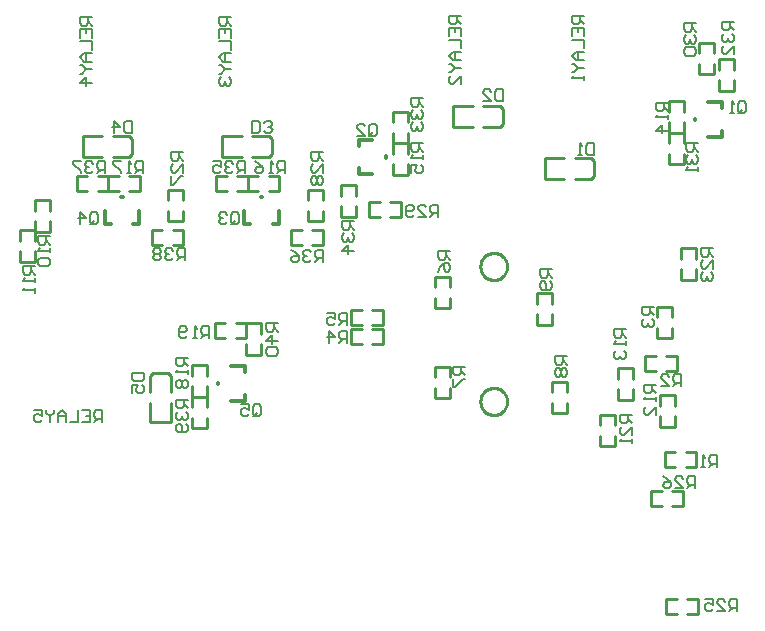
<source format=gbo>
*%FSLAX23Y23*%
*%MOIN*%
G01*
%ADD11C,0.001*%
%ADD12C,0.006*%
%ADD13C,0.007*%
%ADD14C,0.007*%
%ADD15C,0.008*%
%ADD16C,0.010*%
%ADD17C,0.012*%
%ADD18C,0.015*%
%ADD19C,0.020*%
%ADD20C,0.030*%
%ADD21C,0.040*%
%ADD22C,0.048*%
%ADD23C,0.060*%
%ADD24C,0.068*%
%ADD25C,0.070*%
%ADD26C,0.080*%
%ADD27C,0.088*%
%ADD28C,0.120*%
%ADD29C,0.140*%
%ADD30C,0.148*%
%ADD31C,0.180*%
%ADD32R,0.005X0.005*%
%ADD33R,0.009X0.009*%
%ADD34R,0.010X0.010*%
%ADD35R,0.015X0.015*%
%ADD36R,0.019X0.019*%
%ADD37R,0.020X0.020*%
%ADD38R,0.025X0.025*%
%ADD39R,0.029X0.029*%
%ADD40R,0.030X0.030*%
%ADD41R,0.030X0.030*%
%ADD42R,0.034X0.034*%
%ADD43R,0.035X0.035*%
%ADD44R,0.035X0.035*%
%ADD45R,0.035X0.050*%
%ADD46R,0.038X0.038*%
%ADD47R,0.039X0.039*%
%ADD48R,0.040X0.040*%
%ADD49R,0.043X0.043*%
%ADD50R,0.043X0.058*%
%ADD51R,0.045X0.045*%
%ADD52R,0.049X0.049*%
%ADD53R,0.050X0.035*%
%ADD54R,0.050X0.050*%
%ADD55R,0.055X0.055*%
%ADD56R,0.058X0.043*%
%ADD57R,0.059X0.059*%
%ADD58R,0.060X0.050*%
%ADD59R,0.060X0.060*%
%ADD60R,0.060X0.060*%
%ADD61R,0.065X0.065*%
%ADD62R,0.068X0.058*%
%ADD63R,0.068X0.068*%
%ADD64R,0.070X0.070*%
%ADD65R,0.075X0.075*%
%ADD66R,0.079X0.079*%
%ADD67R,0.080X0.080*%
%ADD68R,0.085X0.085*%
%ADD69R,0.090X0.090*%
%ADD70R,0.095X0.095*%
%ADD71R,0.105X0.105*%
%ADD72R,0.115X0.115*%
%ADD73R,0.120X0.120*%
%ADD74R,0.125X0.125*%
%ADD75R,0.140X0.140*%
%ADD76R,0.155X0.155*%
%ADD77R,0.185X0.185*%
D12*
X9825Y7842D02*
X9865D01*
X9825D02*
Y7822D01*
X9832Y7815D01*
X9845D01*
X9852Y7822D01*
Y7842D01*
Y7829D02*
X9865Y7815D01*
Y7782D02*
X9825D01*
X9845Y7802D01*
Y7775D01*
X9832Y7762D02*
X9825Y7755D01*
Y7742D01*
X9832Y7735D01*
X9858D01*
X9865Y7742D01*
Y7755D01*
X9858Y7762D01*
X9832D01*
X9565Y7587D02*
X9525D01*
Y7567D01*
X9532Y7560D01*
X9545D01*
X9552Y7567D01*
Y7587D01*
Y7574D02*
X9565Y7560D01*
X9532Y7547D02*
X9525Y7540D01*
Y7527D01*
X9532Y7520D01*
X9538D01*
X9539D01*
X9538D02*
X9539D01*
X9538D02*
X9539D01*
X9538D02*
X9545Y7527D01*
Y7534D01*
Y7527D01*
X9552Y7520D01*
X9558D01*
X9565Y7527D01*
Y7540D01*
X9558Y7547D01*
Y7507D02*
X9565Y7500D01*
Y7487D01*
X9558Y7480D01*
X9532D01*
X9525Y7487D01*
Y7500D01*
X9532Y7507D01*
X9538D01*
X9545Y7500D01*
Y7480D01*
X9555Y8052D02*
Y8092D01*
X9535D01*
X9528Y8085D01*
Y8072D01*
X9535Y8065D01*
X9555D01*
X9542D02*
X9528Y8052D01*
X9515Y8085D02*
X9508Y8092D01*
X9495D01*
X9488Y8085D01*
Y8079D01*
X9489D01*
X9488D02*
X9489D01*
X9488D02*
X9489D01*
X9488D02*
X9495Y8072D01*
X9502D01*
X9495D01*
X9488Y8065D01*
Y8059D01*
X9495Y8052D01*
X9508D01*
X9515Y8059D01*
X9475Y8085D02*
X9468Y8092D01*
X9455D01*
X9448Y8085D01*
Y8079D01*
X9455Y8072D01*
X9448Y8065D01*
Y8059D01*
X9455Y8052D01*
X9468D01*
X9475Y8059D01*
Y8065D01*
X9468Y8072D01*
X9475Y8079D01*
Y8085D01*
X9468Y8072D02*
X9455D01*
X9290Y8342D02*
Y8382D01*
X9270D01*
X9263Y8375D01*
Y8362D01*
X9270Y8355D01*
X9290D01*
X9277D02*
X9263Y8342D01*
X9250Y8375D02*
X9243Y8382D01*
X9230D01*
X9223Y8375D01*
Y8369D01*
X9224D01*
X9223D02*
X9224D01*
X9223D02*
X9224D01*
X9223D02*
X9230Y8362D01*
X9237D01*
X9230D01*
X9223Y8355D01*
Y8349D01*
X9230Y8342D01*
X9243D01*
X9250Y8349D01*
X9210Y8382D02*
X9183D01*
Y8375D01*
X9210Y8349D01*
Y8342D01*
X10015Y8087D02*
Y8047D01*
Y8087D02*
X9995D01*
X9988Y8080D01*
Y8067D01*
X9995Y8060D01*
X10015D01*
X10002D02*
X9988Y8047D01*
X9975Y8080D02*
X9968Y8087D01*
X9955D01*
X9948Y8080D01*
Y8074D01*
X9949D01*
X9948D02*
X9949D01*
X9948D02*
X9949D01*
X9948D02*
X9955Y8067D01*
X9962D01*
X9955D01*
X9948Y8060D01*
Y8054D01*
X9955Y8047D01*
X9968D01*
X9975Y8054D01*
X9922Y8080D02*
X9908Y8087D01*
X9922Y8080D02*
X9935Y8067D01*
Y8054D01*
X9928Y8047D01*
X9915D01*
X9908Y8054D01*
Y8060D01*
X9915Y8067D01*
X9935D01*
X9755Y8342D02*
Y8382D01*
X9735D01*
X9728Y8375D01*
Y8362D01*
X9735Y8355D01*
X9755D01*
X9742D02*
X9728Y8342D01*
X9715Y8375D02*
X9708Y8382D01*
X9695D01*
X9688Y8375D01*
Y8369D01*
X9689D01*
X9688D02*
X9689D01*
X9688D02*
X9689D01*
X9688D02*
X9695Y8362D01*
X9702D01*
X9695D01*
X9688Y8355D01*
Y8349D01*
X9695Y8342D01*
X9708D01*
X9715Y8349D01*
X9675Y8382D02*
X9648D01*
X9675D02*
Y8362D01*
X9662Y8369D01*
X9655D01*
X9648Y8362D01*
Y8349D01*
X9655Y8342D01*
X9668D01*
X9675Y8349D01*
X10080Y8182D02*
X10120D01*
X10080D02*
Y8162D01*
X10087Y8155D01*
X10100D01*
X10107Y8162D01*
Y8182D01*
Y8169D02*
X10120Y8155D01*
X10087Y8142D02*
X10080Y8135D01*
Y8122D01*
X10087Y8115D01*
X10093D01*
X10094D01*
X10093D02*
X10094D01*
X10093D02*
X10094D01*
X10093D02*
X10100Y8122D01*
Y8129D01*
Y8122D01*
X10107Y8115D01*
X10113D01*
X10120Y8122D01*
Y8135D01*
X10113Y8142D01*
X10120Y8082D02*
X10080D01*
X10100Y8102D01*
Y8075D01*
X10310Y8592D02*
X10350D01*
X10310D02*
Y8572D01*
X10317Y8565D01*
X10330D01*
X10337Y8572D01*
Y8592D01*
Y8579D02*
X10350Y8565D01*
X10317Y8552D02*
X10310Y8545D01*
Y8532D01*
X10317Y8525D01*
X10323D01*
X10324D01*
X10323D02*
X10324D01*
X10323D02*
X10324D01*
X10323D02*
X10330Y8532D01*
Y8539D01*
Y8532D01*
X10337Y8525D01*
X10343D01*
X10350Y8532D01*
Y8545D01*
X10343Y8552D01*
X10317Y8512D02*
X10310Y8505D01*
Y8492D01*
X10317Y8485D01*
X10323D01*
X10324D01*
X10323D02*
X10324D01*
X10323D02*
X10324D01*
X10323D02*
X10330Y8492D01*
Y8499D01*
Y8492D01*
X10337Y8485D01*
X10343D01*
X10350Y8492D01*
Y8505D01*
X10343Y8512D01*
X11345Y8847D02*
X11385D01*
X11345D02*
Y8827D01*
X11352Y8820D01*
X11365D01*
X11372Y8827D01*
Y8847D01*
Y8834D02*
X11385Y8820D01*
X11352Y8807D02*
X11345Y8800D01*
Y8787D01*
X11352Y8780D01*
X11358D01*
X11359D01*
X11358D02*
X11359D01*
X11358D02*
X11359D01*
X11358D02*
X11365Y8787D01*
Y8794D01*
Y8787D01*
X11372Y8780D01*
X11378D01*
X11385Y8787D01*
Y8800D01*
X11378Y8807D01*
X11385Y8767D02*
Y8740D01*
Y8767D02*
X11358Y8740D01*
X11352D01*
X11345Y8747D01*
Y8760D01*
X11352Y8767D01*
X11265Y8442D02*
X11225D01*
Y8422D01*
X11232Y8415D01*
X11245D01*
X11252Y8422D01*
Y8442D01*
Y8429D02*
X11265Y8415D01*
X11232Y8402D02*
X11225Y8395D01*
Y8382D01*
X11232Y8375D01*
X11238D01*
X11239D01*
X11238D02*
X11239D01*
X11238D02*
X11239D01*
X11238D02*
X11245Y8382D01*
Y8389D01*
Y8382D01*
X11252Y8375D01*
X11258D01*
X11265Y8382D01*
Y8395D01*
X11258Y8402D01*
X11265Y8362D02*
Y8349D01*
Y8355D01*
X11225D01*
X11226D01*
X11225D02*
X11232Y8362D01*
X11220Y8842D02*
X11260D01*
X11220D02*
Y8822D01*
X11227Y8815D01*
X11240D01*
X11247Y8822D01*
Y8842D01*
Y8829D02*
X11260Y8815D01*
X11227Y8802D02*
X11220Y8795D01*
Y8782D01*
X11227Y8775D01*
X11233D01*
X11234D01*
X11233D02*
X11234D01*
X11233D02*
X11234D01*
X11233D02*
X11240Y8782D01*
Y8789D01*
Y8782D01*
X11247Y8775D01*
X11253D01*
X11260Y8782D01*
Y8795D01*
X11253Y8802D01*
X11227Y8762D02*
X11220Y8755D01*
Y8742D01*
X11227Y8735D01*
X11253D01*
X11260Y8742D01*
Y8755D01*
X11253Y8762D01*
X11227D01*
X10400Y8237D02*
Y8197D01*
Y8237D02*
X10380D01*
X10373Y8230D01*
Y8217D01*
X10380Y8210D01*
X10400D01*
X10387D02*
X10373Y8197D01*
X10360D02*
X10333D01*
X10360D02*
X10333Y8224D01*
Y8230D01*
X10340Y8237D01*
X10353D01*
X10360Y8230D01*
X10320Y8204D02*
X10313Y8197D01*
X10300D01*
X10293Y8204D01*
Y8230D01*
X10300Y8237D01*
X10313D01*
X10320Y8230D01*
Y8224D01*
X10313Y8217D01*
X10293D01*
X10015Y8412D02*
X9975D01*
Y8392D01*
X9982Y8385D01*
X9995D01*
X10002Y8392D01*
Y8412D01*
Y8399D02*
X10015Y8385D01*
Y8372D02*
Y8345D01*
Y8372D02*
X9988Y8345D01*
X9982D01*
X9975Y8352D01*
Y8365D01*
X9982Y8372D01*
Y8332D02*
X9975Y8325D01*
Y8312D01*
X9982Y8305D01*
X9988D01*
X9995Y8312D01*
X10002Y8305D01*
X10008D01*
X10015Y8312D01*
Y8325D01*
X10008Y8332D01*
X10002D01*
X9995Y8325D01*
X9988Y8332D01*
X9982D01*
X9995Y8325D02*
Y8312D01*
X9550Y8412D02*
X9510D01*
Y8392D01*
X9517Y8385D01*
X9530D01*
X9537Y8392D01*
Y8412D01*
Y8399D02*
X9550Y8385D01*
Y8372D02*
Y8345D01*
Y8372D02*
X9523Y8345D01*
X9517D01*
X9510Y8352D01*
Y8365D01*
X9517Y8372D01*
X9510Y8332D02*
Y8305D01*
X9517D01*
X9543Y8332D01*
X9550D01*
X11255Y7332D02*
Y7292D01*
Y7332D02*
X11235D01*
X11228Y7325D01*
Y7312D01*
X11235Y7305D01*
X11255D01*
X11242D02*
X11228Y7292D01*
X11215D02*
X11188D01*
X11215D02*
X11188Y7319D01*
Y7325D01*
X11195Y7332D01*
X11208D01*
X11215Y7325D01*
X11162D02*
X11148Y7332D01*
X11162Y7325D02*
X11175Y7312D01*
Y7299D01*
X11168Y7292D01*
X11155D01*
X11148Y7299D01*
Y7305D01*
X11155Y7312D01*
X11175D01*
X11275Y8092D02*
X11315D01*
X11275D02*
Y8072D01*
X11282Y8065D01*
X11295D01*
X11302Y8072D01*
Y8092D01*
Y8079D02*
X11315Y8065D01*
Y8052D02*
Y8025D01*
Y8052D02*
X11288Y8025D01*
X11282D01*
X11275Y8032D01*
Y8045D01*
X11282Y8052D01*
Y8012D02*
X11275Y8005D01*
Y7992D01*
X11282Y7985D01*
X11288D01*
X11289D01*
X11288D02*
X11289D01*
X11288D02*
X11289D01*
X11288D02*
X11295Y7992D01*
Y7999D01*
Y7992D01*
X11302Y7985D01*
X11308D01*
X11315Y7992D01*
Y8005D01*
X11308Y8012D01*
X11045Y7537D02*
X11005D01*
Y7517D01*
X11012Y7510D01*
X11025D01*
X11032Y7517D01*
Y7537D01*
Y7524D02*
X11045Y7510D01*
Y7497D02*
Y7470D01*
Y7497D02*
X11018Y7470D01*
X11012D01*
X11005Y7477D01*
Y7490D01*
X11012Y7497D01*
X11045Y7457D02*
Y7444D01*
Y7450D01*
X11005D01*
X11006D01*
X11005D02*
X11012Y7457D01*
X9565Y7727D02*
X9525D01*
Y7707D01*
X9532Y7700D01*
X9545D01*
X9552Y7707D01*
Y7727D01*
Y7714D02*
X9565Y7700D01*
Y7687D02*
Y7674D01*
Y7680D01*
X9525D01*
X9526D01*
X9525D02*
X9532Y7687D01*
Y7654D02*
X9525Y7647D01*
Y7634D01*
X9532Y7627D01*
X9538D01*
X9545Y7634D01*
X9552Y7627D01*
X9558D01*
X9565Y7634D01*
Y7647D01*
X9558Y7654D01*
X9552D01*
X9545Y7647D01*
X9538Y7654D01*
X9532D01*
X9545Y7647D02*
Y7634D01*
X9415Y8342D02*
Y8382D01*
X9395D01*
X9388Y8375D01*
Y8362D01*
X9395Y8355D01*
X9415D01*
X9402D02*
X9388Y8342D01*
X9375D02*
X9362D01*
X9368D01*
Y8382D01*
X9369D01*
X9368D02*
X9375Y8375D01*
X9342Y8382D02*
X9315D01*
Y8375D01*
X9342Y8349D01*
Y8342D01*
X9890D02*
Y8382D01*
X9870D01*
X9863Y8375D01*
Y8362D01*
X9870Y8355D01*
X9890D01*
X9877D02*
X9863Y8342D01*
X9850D02*
X9837D01*
X9843D01*
Y8382D01*
X9844D01*
X9843D02*
X9850Y8375D01*
X9803D02*
X9790Y8382D01*
X9803Y8375D02*
X9817Y8362D01*
Y8349D01*
X9810Y8342D01*
X9797D01*
X9790Y8349D01*
Y8355D01*
X9797Y8362D01*
X9817D01*
X9783Y7565D02*
Y7539D01*
Y7565D02*
X9790Y7572D01*
X9803D01*
X9810Y7565D01*
Y7539D01*
X9803Y7532D01*
X9790D01*
X9783D02*
X9797Y7545D01*
X9790Y7532D02*
X9783Y7539D01*
X9770Y7572D02*
X9743D01*
X9770D02*
Y7552D01*
X9757Y7559D01*
X9750D01*
X9743Y7552D01*
Y7539D01*
X9750Y7532D01*
X9763D01*
X9770Y7539D01*
X9238Y8179D02*
Y8205D01*
X9245Y8212D01*
X9258D01*
X9265Y8205D01*
Y8179D01*
X9258Y8172D01*
X9245D01*
X9238D02*
X9252Y8185D01*
X9245Y8172D02*
X9238Y8179D01*
X9205Y8172D02*
Y8212D01*
X9225Y8192D01*
X9198D01*
X9708Y8179D02*
Y8205D01*
X9715Y8212D01*
X9728D01*
X9735Y8205D01*
Y8179D01*
X9728Y8172D01*
X9715D01*
X9708D02*
X9722Y8185D01*
X9715Y8172D02*
X9708Y8179D01*
X9695Y8205D02*
X9688Y8212D01*
X9675D01*
X9668Y8205D01*
Y8199D01*
X9669D01*
X9668D02*
X9669D01*
X9668D02*
X9669D01*
X9668D02*
X9675Y8192D01*
X9682D01*
X9675D01*
X9668Y8185D01*
Y8179D01*
X9675Y8172D01*
X9688D01*
X9695Y8179D01*
X10168Y8474D02*
Y8500D01*
X10175Y8507D01*
X10188D01*
X10195Y8500D01*
Y8474D01*
X10188Y8467D01*
X10175D01*
X10168D02*
X10182Y8480D01*
X10175Y8467D02*
X10168Y8474D01*
X10155Y8467D02*
X10128D01*
X10155D02*
X10128Y8494D01*
Y8500D01*
X10135Y8507D01*
X10148D01*
X10155Y8500D01*
X11398Y8549D02*
Y8575D01*
X11405Y8582D01*
X11418D01*
X11425Y8575D01*
Y8549D01*
X11418Y8542D01*
X11405D01*
X11398D02*
X11412Y8555D01*
X11405Y8542D02*
X11398Y8549D01*
X11385Y8542D02*
X11372D01*
X11378D01*
Y8582D01*
X11379D01*
X11378D02*
X11385Y8575D01*
X9420Y7677D02*
X9380D01*
X9420D02*
Y7657D01*
X9413Y7650D01*
X9387D01*
X9380Y7657D01*
Y7677D01*
Y7637D02*
Y7610D01*
Y7637D02*
X9400D01*
X9393Y7624D01*
Y7617D01*
X9400Y7610D01*
X9413D01*
X9420Y7617D01*
Y7630D01*
X9413Y7637D01*
X9380Y8477D02*
Y8517D01*
Y8477D02*
X9360D01*
X9353Y8484D01*
Y8510D01*
X9360Y8517D01*
X9380D01*
X9320D02*
Y8477D01*
X9340Y8497D02*
X9320Y8517D01*
X9313Y8497D02*
X9340D01*
X9780Y8477D02*
Y8517D01*
X9800D01*
X9807Y8510D01*
Y8484D01*
X9800Y8477D01*
X9780D01*
X9820Y8484D02*
X9827Y8477D01*
X9840D01*
X9847Y8484D01*
Y8490D01*
X9848D01*
X9847D02*
X9848D01*
X9847D02*
X9848D01*
X9847D02*
X9840Y8497D01*
X9833D01*
X9840D01*
X9847Y8504D01*
Y8510D01*
X9840Y8517D01*
X9827D01*
X9820Y8510D01*
X10615Y8582D02*
Y8622D01*
Y8582D02*
X10595D01*
X10588Y8589D01*
Y8615D01*
X10595Y8622D01*
X10615D01*
X10575Y8582D02*
X10548D01*
X10575D02*
X10548Y8609D01*
Y8615D01*
X10555Y8622D01*
X10568D01*
X10575Y8615D01*
X10920Y8442D02*
Y8402D01*
X10900D01*
X10893Y8409D01*
Y8435D01*
X10900Y8442D01*
X10920D01*
X10880Y8402D02*
X10867D01*
X10873D01*
Y8442D01*
X10874D01*
X10873D02*
X10880Y8435D01*
X11125Y8577D02*
X11165D01*
X11125D02*
Y8557D01*
X11132Y8550D01*
X11145D01*
X11152Y8557D01*
Y8577D01*
Y8564D02*
X11165Y8550D01*
Y8537D02*
Y8524D01*
Y8530D01*
X11125D01*
X11126D01*
X11125D02*
X11132Y8537D01*
X11125Y8484D02*
X11165D01*
X11145Y8504D02*
X11125Y8484D01*
X11145Y8477D02*
Y8504D01*
X10350Y8442D02*
X10310D01*
Y8422D01*
X10317Y8415D01*
X10330D01*
X10337Y8422D01*
Y8442D01*
Y8429D02*
X10350Y8415D01*
Y8402D02*
Y8389D01*
Y8395D01*
X10310D01*
X10311D01*
X10310D02*
X10317Y8402D01*
X10310Y8369D02*
Y8342D01*
Y8369D02*
X10330D01*
X10323Y8355D01*
Y8349D01*
X10330Y8342D01*
X10343D01*
X10350Y8349D01*
Y8362D01*
X10343Y8369D01*
X11330Y7402D02*
Y7362D01*
Y7402D02*
X11310D01*
X11303Y7395D01*
Y7382D01*
X11310Y7375D01*
X11330D01*
X11317D02*
X11303Y7362D01*
X11290D02*
X11277D01*
X11283D01*
Y7402D01*
X11284D01*
X11283D02*
X11290Y7395D01*
X11210Y7632D02*
Y7672D01*
X11190D01*
X11183Y7665D01*
Y7652D01*
X11190Y7645D01*
X11210D01*
X11197D02*
X11183Y7632D01*
X11170D02*
X11143D01*
X11170D02*
X11143Y7659D01*
Y7665D01*
X11150Y7672D01*
X11163D01*
X11170Y7665D01*
X11120Y7897D02*
X11080D01*
Y7877D01*
X11087Y7870D01*
X11100D01*
X11107Y7877D01*
Y7897D01*
Y7884D02*
X11120Y7870D01*
X11087Y7857D02*
X11080Y7850D01*
Y7837D01*
X11087Y7830D01*
X11093D01*
X11094D01*
X11093D02*
X11094D01*
X11093D02*
X11094D01*
X11093D02*
X11100Y7837D01*
Y7844D01*
Y7837D01*
X11107Y7830D01*
X11113D01*
X11120Y7837D01*
Y7850D01*
X11113Y7857D01*
X10095Y7817D02*
Y7777D01*
Y7817D02*
X10075D01*
X10068Y7810D01*
Y7797D01*
X10075Y7790D01*
X10095D01*
X10082D02*
X10068Y7777D01*
X10035D02*
Y7817D01*
X10055Y7797D01*
X10028D01*
X10095Y7837D02*
Y7877D01*
X10075D01*
X10068Y7870D01*
Y7857D01*
X10075Y7850D01*
X10095D01*
X10082D02*
X10068Y7837D01*
X10055Y7877D02*
X10028D01*
X10055D02*
Y7857D01*
X10042Y7864D01*
X10035D01*
X10028Y7857D01*
Y7844D01*
X10035Y7837D01*
X10048D01*
X10055Y7844D01*
X10400Y8082D02*
X10440D01*
X10400D02*
Y8062D01*
X10407Y8055D01*
X10420D01*
X10427Y8062D01*
Y8082D01*
Y8069D02*
X10440Y8055D01*
X10407Y8029D02*
X10400Y8015D01*
X10407Y8029D02*
X10420Y8042D01*
X10433D01*
X10440Y8035D01*
Y8022D01*
X10433Y8015D01*
X10427D01*
X10420Y8022D01*
Y8042D01*
X10450Y7697D02*
X10490D01*
X10450D02*
Y7677D01*
X10457Y7670D01*
X10470D01*
X10477Y7677D01*
Y7697D01*
Y7684D02*
X10490Y7670D01*
X10450Y7657D02*
Y7630D01*
X10457D01*
X10483Y7657D01*
X10490D01*
X10790Y7732D02*
X10830D01*
X10790D02*
Y7712D01*
X10797Y7705D01*
X10810D01*
X10817Y7712D01*
Y7732D01*
Y7719D02*
X10830Y7705D01*
X10797Y7692D02*
X10790Y7685D01*
Y7672D01*
X10797Y7665D01*
X10803D01*
X10810Y7672D01*
X10817Y7665D01*
X10823D01*
X10830Y7672D01*
Y7685D01*
X10823Y7692D01*
X10817D01*
X10810Y7685D01*
X10803Y7692D01*
X10797D01*
X10810Y7685D02*
Y7672D01*
X10780Y8022D02*
X10740D01*
Y8002D01*
X10747Y7995D01*
X10760D01*
X10767Y8002D01*
Y8022D01*
Y8009D02*
X10780Y7995D01*
X10773Y7982D02*
X10780Y7975D01*
Y7962D01*
X10773Y7955D01*
X10747D01*
X10740Y7962D01*
Y7975D01*
X10747Y7982D01*
X10753D01*
X10760Y7975D01*
Y7955D01*
X9105Y8132D02*
X9065D01*
Y8112D01*
X9072Y8105D01*
X9085D01*
X9092Y8112D01*
Y8132D01*
Y8119D02*
X9105Y8105D01*
Y8092D02*
Y8079D01*
Y8085D01*
X9065D01*
X9066D01*
X9065D02*
X9072Y8092D01*
Y8059D02*
X9065Y8052D01*
Y8039D01*
X9072Y8032D01*
X9098D01*
X9105Y8039D01*
Y8052D01*
X9098Y8059D01*
X9072D01*
X9055Y8032D02*
X9015D01*
Y8012D01*
X9022Y8005D01*
X9035D01*
X9042Y8012D01*
Y8032D01*
Y8019D02*
X9055Y8005D01*
Y7992D02*
Y7979D01*
Y7985D01*
X9015D01*
X9016D01*
X9015D02*
X9022Y7992D01*
X9055Y7959D02*
Y7945D01*
Y7952D01*
X9015D01*
X9016D01*
X9015D02*
X9022Y7959D01*
X11085Y7637D02*
X11125D01*
X11085D02*
Y7617D01*
X11092Y7610D01*
X11105D01*
X11112Y7617D01*
Y7637D01*
Y7624D02*
X11125Y7610D01*
Y7597D02*
Y7584D01*
Y7590D01*
X11085D01*
X11086D01*
X11085D02*
X11092Y7597D01*
X11125Y7564D02*
Y7537D01*
Y7564D02*
X11098Y7537D01*
X11092D01*
X11085Y7544D01*
Y7557D01*
X11092Y7564D01*
X11025Y7822D02*
X10985D01*
Y7802D01*
X10992Y7795D01*
X11005D01*
X11012Y7802D01*
Y7822D01*
Y7809D02*
X11025Y7795D01*
Y7782D02*
Y7769D01*
Y7775D01*
X10985D01*
X10986D01*
X10985D02*
X10992Y7782D01*
Y7749D02*
X10985Y7742D01*
Y7729D01*
X10992Y7722D01*
X10998D01*
X10999D01*
X10998D02*
X10999D01*
X10998D02*
X10999D01*
X10998D02*
X11005Y7729D01*
Y7735D01*
Y7729D01*
X11012Y7722D01*
X11018D01*
X11025Y7729D01*
Y7742D01*
X11018Y7749D01*
X11395Y6922D02*
Y6882D01*
Y6922D02*
X11375D01*
X11368Y6915D01*
Y6902D01*
X11375Y6895D01*
X11395D01*
X11382D02*
X11368Y6882D01*
X11355D02*
X11328D01*
X11355D02*
X11328Y6909D01*
Y6915D01*
X11335Y6922D01*
X11348D01*
X11355Y6915D01*
X11315Y6922D02*
X11288D01*
X11315D02*
Y6902D01*
X11302Y6909D01*
X11295D01*
X11288Y6902D01*
Y6889D01*
X11295Y6882D01*
X11308D01*
X11315Y6889D01*
X9635Y7792D02*
Y7832D01*
X9615D01*
X9608Y7825D01*
Y7812D01*
X9615Y7805D01*
X9635D01*
X9622D02*
X9608Y7792D01*
X9595D02*
X9582D01*
X9588D01*
Y7832D01*
X9589D01*
X9588D02*
X9595Y7825D01*
X9562Y7799D02*
X9555Y7792D01*
X9542D01*
X9535Y7799D01*
Y7825D01*
X9542Y7832D01*
X9555D01*
X9562Y7825D01*
Y7819D01*
X9555Y7812D01*
X9535D01*
X9280Y7552D02*
Y7512D01*
Y7552D02*
X9260D01*
X9253Y7545D01*
Y7532D01*
X9260Y7525D01*
X9280D01*
X9267D02*
X9253Y7512D01*
X9240Y7552D02*
X9213D01*
X9240D02*
Y7512D01*
X9213D01*
X9227Y7532D02*
X9240D01*
X9200Y7512D02*
Y7552D01*
Y7512D02*
X9173D01*
X9160D02*
Y7539D01*
X9147Y7552D01*
X9133Y7539D01*
Y7512D01*
Y7532D01*
X9160D01*
X9120Y7545D02*
Y7552D01*
Y7545D02*
X9107Y7532D01*
X9093Y7545D01*
Y7552D01*
X9107Y7532D02*
Y7512D01*
X9080Y7552D02*
X9053D01*
X9080D02*
Y7532D01*
X9067Y7539D01*
X9060D01*
X9053Y7532D01*
Y7519D01*
X9060Y7512D01*
X9073D01*
X9080Y7519D01*
X9205Y8862D02*
X9245D01*
X9205D02*
Y8842D01*
X9212Y8835D01*
X9225D01*
X9232Y8842D01*
Y8862D01*
Y8849D02*
X9245Y8835D01*
X9205Y8822D02*
Y8795D01*
Y8822D02*
X9245D01*
Y8795D01*
X9225Y8809D02*
Y8822D01*
X9245Y8782D02*
X9205D01*
X9245D02*
Y8755D01*
Y8742D02*
X9218D01*
X9205Y8729D01*
X9218Y8715D01*
X9245D01*
X9225D01*
Y8742D01*
X9212Y8702D02*
X9205D01*
X9212D02*
X9225Y8689D01*
X9212Y8675D01*
X9205D01*
X9225Y8689D02*
X9245D01*
Y8642D02*
X9205D01*
X9225Y8662D01*
Y8635D01*
X9670Y8862D02*
X9710D01*
X9670D02*
Y8842D01*
X9677Y8835D01*
X9690D01*
X9697Y8842D01*
Y8862D01*
Y8849D02*
X9710Y8835D01*
X9670Y8822D02*
Y8795D01*
Y8822D02*
X9710D01*
Y8795D01*
X9690Y8809D02*
Y8822D01*
X9710Y8782D02*
X9670D01*
X9710D02*
Y8755D01*
Y8742D02*
X9683D01*
X9670Y8729D01*
X9683Y8715D01*
X9710D01*
X9690D01*
Y8742D01*
X9677Y8702D02*
X9670D01*
X9677D02*
X9690Y8689D01*
X9677Y8675D01*
X9670D01*
X9690Y8689D02*
X9710D01*
X9677Y8662D02*
X9670Y8655D01*
Y8642D01*
X9677Y8635D01*
X9683D01*
X9684D01*
X9683D02*
X9684D01*
X9683D02*
X9684D01*
X9683D02*
X9690Y8642D01*
Y8649D01*
Y8642D01*
X9697Y8635D01*
X9703D01*
X9710Y8642D01*
Y8655D01*
X9703Y8662D01*
X10435Y8867D02*
X10475D01*
X10435D02*
Y8847D01*
X10442Y8840D01*
X10455D01*
X10462Y8847D01*
Y8867D01*
Y8854D02*
X10475Y8840D01*
X10435Y8827D02*
Y8800D01*
Y8827D02*
X10475D01*
Y8800D01*
X10455Y8814D02*
Y8827D01*
X10475Y8787D02*
X10435D01*
X10475D02*
Y8760D01*
Y8747D02*
X10448D01*
X10435Y8734D01*
X10448Y8720D01*
X10475D01*
X10455D01*
Y8747D01*
X10442Y8707D02*
X10435D01*
X10442D02*
X10455Y8694D01*
X10442Y8680D01*
X10435D01*
X10455Y8694D02*
X10475D01*
Y8667D02*
Y8640D01*
Y8667D02*
X10448Y8640D01*
X10442D01*
X10435Y8647D01*
Y8660D01*
X10442Y8667D01*
X10845Y8867D02*
X10885D01*
X10845D02*
Y8847D01*
X10852Y8840D01*
X10865D01*
X10872Y8847D01*
Y8867D01*
Y8854D02*
X10885Y8840D01*
X10845Y8827D02*
Y8800D01*
Y8827D02*
X10885D01*
Y8800D01*
X10865Y8814D02*
Y8827D01*
X10885Y8787D02*
X10845D01*
X10885D02*
Y8760D01*
Y8747D02*
X10858D01*
X10845Y8734D01*
X10858Y8720D01*
X10885D01*
X10865D01*
Y8747D01*
X10852Y8707D02*
X10845D01*
X10852D02*
X10865Y8694D01*
X10852Y8680D01*
X10845D01*
X10865Y8694D02*
X10885D01*
Y8667D02*
Y8654D01*
Y8660D01*
X10845D01*
X10846D01*
X10845D02*
X10852Y8667D01*
D16*
X11230Y6922D02*
X11265D01*
Y6872D01*
X11230D01*
X11195D02*
X11160D01*
Y6922D01*
X11195D01*
X11190Y7362D02*
X11155D01*
Y7412D01*
X11190D01*
X11225D02*
X11260D01*
Y7362D01*
X11225D01*
X11180Y7792D02*
Y7827D01*
Y7792D02*
X11130D01*
Y7827D01*
Y7862D02*
Y7897D01*
X11180D01*
Y7862D01*
X9055Y8217D02*
Y8252D01*
X9105D01*
Y8217D01*
Y8182D02*
Y8147D01*
X9055D01*
Y8182D01*
X10440Y7997D02*
Y7962D01*
Y7997D02*
X10390D01*
Y7962D01*
Y7927D02*
Y7892D01*
X10440D01*
Y7927D01*
Y7697D02*
Y7662D01*
Y7697D02*
X10390D01*
Y7662D01*
Y7627D02*
Y7592D01*
X10440D01*
Y7627D01*
X10730Y7837D02*
Y7872D01*
Y7837D02*
X10780D01*
Y7872D01*
Y7907D02*
Y7942D01*
X10730D01*
Y7907D01*
X9005Y8047D02*
Y8082D01*
Y8047D02*
X9055D01*
Y8082D01*
Y8117D02*
Y8152D01*
X9005D01*
Y8117D01*
X11000Y7622D02*
Y7587D01*
X11050D01*
Y7622D01*
Y7657D02*
Y7692D01*
X11000D01*
Y7657D01*
X10145Y7772D02*
X10110D01*
Y7822D01*
X10145D01*
X10180D02*
X10215D01*
Y7772D01*
X10180D01*
X10780Y7647D02*
Y7612D01*
Y7647D02*
X10830D01*
Y7612D01*
Y7577D02*
Y7542D01*
X10780D01*
Y7577D01*
X11190Y7532D02*
Y7497D01*
X11140D01*
Y7532D01*
Y7567D02*
Y7602D01*
X11190D01*
Y7567D01*
X10990Y7467D02*
Y7432D01*
X10940D01*
Y7467D01*
Y7502D02*
Y7537D01*
X10990D01*
Y7502D01*
X11180Y7282D02*
X11215D01*
Y7232D01*
X11180D01*
X11145D02*
X11110D01*
Y7282D01*
X11145D01*
X9765Y8332D02*
X9730D01*
X9765D02*
Y8282D01*
X9730D01*
X9695D02*
X9660D01*
Y8332D01*
X9695D01*
X9910Y8102D02*
X9945D01*
X9910D02*
Y8152D01*
X9945D01*
X9980D02*
X10015D01*
Y8102D01*
X9980D01*
X9835Y8397D02*
X9780D01*
Y8467D02*
X9835D01*
X9745Y8397D02*
X9680D01*
Y8467D01*
X9745D01*
X9835D02*
X9845Y8457D01*
Y8407D01*
X9835Y8397D01*
X9800Y8282D02*
X9765D01*
Y8332D01*
X9800D01*
X9835D02*
X9870D01*
Y8282D01*
X9835D01*
X9965Y8287D02*
Y8252D01*
Y8287D02*
X10015D01*
Y8252D01*
Y8217D02*
Y8182D01*
X9965D01*
Y8217D01*
X9370Y8397D02*
X9315D01*
Y8467D02*
X9370D01*
X9280Y8397D02*
X9215D01*
Y8467D01*
X9280D01*
X9370D02*
X9380Y8457D01*
Y8407D01*
X9370Y8397D01*
X9300Y8332D02*
X9265D01*
X9300D02*
Y8282D01*
X9265D01*
X9230D02*
X9195D01*
Y8332D01*
X9230D01*
X9300Y8282D02*
X9335D01*
X9300D02*
Y8332D01*
X9335D01*
X9370D02*
X9405D01*
Y8282D01*
X9370D01*
X9445Y8102D02*
X9480D01*
X9445D02*
Y8152D01*
X9480D01*
X9515D02*
X9550D01*
Y8102D01*
X9515D01*
X9500Y8252D02*
Y8287D01*
X9550D01*
Y8252D01*
Y8217D02*
Y8182D01*
X9500D01*
Y8217D01*
Y7677D02*
X9510Y7667D01*
X9500Y7677D02*
X9450D01*
X9440Y7667D01*
Y7577D02*
Y7512D01*
X9510D01*
Y7577D01*
X9440Y7612D02*
Y7667D01*
X9510D02*
Y7612D01*
X9630Y7597D02*
Y7632D01*
Y7597D02*
X9580D01*
Y7632D01*
Y7667D02*
Y7702D01*
X9630D01*
Y7667D01*
X9580Y7597D02*
Y7562D01*
Y7597D02*
X9630D01*
Y7562D01*
Y7527D02*
Y7492D01*
X9580D01*
Y7527D01*
X10550Y8497D02*
X10605D01*
Y8567D02*
X10550D01*
X10515Y8497D02*
X10450D01*
Y8567D01*
X10515D01*
X10605D02*
X10615Y8557D01*
Y8507D01*
X10605Y8497D01*
X10250Y8442D02*
Y8407D01*
Y8442D02*
X10300D01*
Y8407D01*
Y8372D02*
Y8337D01*
X10250D01*
Y8372D01*
X10300Y8442D02*
Y8477D01*
Y8442D02*
X10250D01*
Y8477D01*
Y8512D02*
Y8547D01*
X10300D01*
Y8512D01*
X10075Y8302D02*
Y8267D01*
Y8302D02*
X10125D01*
Y8267D01*
Y8232D02*
Y8197D01*
X10075D01*
Y8232D01*
X10240Y8247D02*
X10275D01*
Y8197D01*
X10240D01*
X10205D02*
X10170D01*
Y8247D01*
X10205D01*
X10855Y8322D02*
X10910D01*
Y8392D02*
X10855D01*
X10820Y8322D02*
X10755D01*
Y8392D01*
X10820D01*
X10910D02*
X10920Y8382D01*
Y8332D01*
X10910Y8322D01*
X11270Y8742D02*
Y8777D01*
X11320D01*
Y8742D01*
Y8707D02*
Y8672D01*
X11270D01*
Y8707D01*
X11385Y8652D02*
Y8617D01*
X11335D01*
Y8652D01*
Y8687D02*
Y8722D01*
X11385D01*
Y8687D01*
X11220Y8512D02*
Y8477D01*
X11170D01*
Y8512D01*
Y8547D02*
Y8582D01*
X11220D01*
Y8547D01*
X11170Y8477D02*
Y8442D01*
Y8477D02*
X11220D01*
Y8442D01*
Y8407D02*
Y8372D01*
X11170D01*
Y8407D01*
X9690Y7792D02*
X9655D01*
Y7842D01*
X9690D01*
X9725D02*
X9760D01*
Y7792D01*
X9725D01*
X11160Y7732D02*
X11195D01*
Y7682D01*
X11160D01*
X11125D02*
X11090D01*
Y7732D01*
X11125D01*
X10145Y7837D02*
X10110D01*
Y7887D01*
X10145D01*
X10180D02*
X10215D01*
Y7837D01*
X10180D01*
X9810Y7772D02*
Y7737D01*
X9760D01*
Y7772D01*
Y7807D02*
Y7842D01*
X9810D01*
Y7807D01*
X11260Y8057D02*
Y8092D01*
X11210D01*
Y8057D01*
Y8022D02*
Y7987D01*
X11260D01*
Y8022D01*
X10630Y7582D02*
X10630Y7579D01*
X10629Y7575D01*
X10629Y7572D01*
X10628Y7569D01*
X10627Y7566D01*
X10626Y7562D01*
X10624Y7560D01*
X10622Y7557D01*
X10620Y7554D01*
X10618Y7551D01*
X10616Y7549D01*
X10613Y7547D01*
X10610Y7545D01*
X10608Y7543D01*
X10605Y7541D01*
X10601Y7540D01*
X10598Y7539D01*
X10595Y7538D01*
X10592Y7538D01*
X10588Y7537D01*
X10585Y7537D01*
X10582Y7537D01*
X10578Y7538D01*
X10575Y7538D01*
X10572Y7539D01*
X10569Y7540D01*
X10565Y7541D01*
X10562Y7543D01*
X10560Y7545D01*
X10557Y7547D01*
X10554Y7549D01*
X10552Y7551D01*
X10550Y7554D01*
X10548Y7557D01*
X10546Y7560D01*
X10544Y7562D01*
X10543Y7566D01*
X10542Y7569D01*
X10541Y7572D01*
X10541Y7575D01*
X10540Y7579D01*
X10540Y7582D01*
X10540Y7585D01*
X10541Y7589D01*
X10541Y7592D01*
X10542Y7595D01*
X10543Y7598D01*
X10544Y7602D01*
X10546Y7604D01*
X10548Y7607D01*
X10550Y7610D01*
X10552Y7613D01*
X10554Y7615D01*
X10557Y7617D01*
X10560Y7619D01*
X10562Y7621D01*
X10565Y7623D01*
X10569Y7624D01*
X10572Y7625D01*
X10575Y7626D01*
X10578Y7626D01*
X10582Y7627D01*
X10585Y7627D01*
X10588Y7627D01*
X10592Y7626D01*
X10595Y7626D01*
X10598Y7625D01*
X10601Y7624D01*
X10605Y7623D01*
X10608Y7621D01*
X10610Y7619D01*
X10613Y7617D01*
X10616Y7615D01*
X10618Y7613D01*
X10620Y7610D01*
X10622Y7607D01*
X10624Y7604D01*
X10626Y7602D01*
X10627Y7598D01*
X10628Y7595D01*
X10629Y7592D01*
X10629Y7589D01*
X10630Y7585D01*
X10630Y7582D01*
Y8032D02*
X10630Y8029D01*
X10629Y8025D01*
X10629Y8022D01*
X10628Y8019D01*
X10627Y8016D01*
X10626Y8012D01*
X10624Y8010D01*
X10622Y8007D01*
X10620Y8004D01*
X10618Y8001D01*
X10616Y7999D01*
X10613Y7997D01*
X10610Y7995D01*
X10608Y7993D01*
X10605Y7991D01*
X10601Y7990D01*
X10598Y7989D01*
X10595Y7988D01*
X10592Y7988D01*
X10588Y7987D01*
X10585Y7987D01*
X10582Y7987D01*
X10578Y7988D01*
X10575Y7988D01*
X10572Y7989D01*
X10569Y7990D01*
X10565Y7991D01*
X10562Y7993D01*
X10560Y7995D01*
X10557Y7997D01*
X10554Y7999D01*
X10552Y8001D01*
X10550Y8004D01*
X10548Y8007D01*
X10546Y8010D01*
X10544Y8012D01*
X10543Y8016D01*
X10542Y8019D01*
X10541Y8022D01*
X10541Y8025D01*
X10540Y8029D01*
X10540Y8032D01*
X10540Y8035D01*
X10541Y8039D01*
X10541Y8042D01*
X10542Y8045D01*
X10543Y8048D01*
X10544Y8052D01*
X10546Y8054D01*
X10548Y8057D01*
X10550Y8060D01*
X10552Y8063D01*
X10554Y8065D01*
X10557Y8067D01*
X10560Y8069D01*
X10562Y8071D01*
X10565Y8073D01*
X10569Y8074D01*
X10572Y8075D01*
X10575Y8076D01*
X10578Y8076D01*
X10582Y8077D01*
X10585Y8077D01*
X10588Y8077D01*
X10592Y8076D01*
X10595Y8076D01*
X10598Y8075D01*
X10601Y8074D01*
X10605Y8073D01*
X10608Y8071D01*
X10610Y8069D01*
X10613Y8067D01*
X10616Y8065D01*
X10618Y8063D01*
X10620Y8060D01*
X10622Y8057D01*
X10624Y8054D01*
X10626Y8052D01*
X10627Y8048D01*
X10628Y8045D01*
X10629Y8042D01*
X10629Y8039D01*
X10630Y8035D01*
X10630Y8032D01*
D17*
X9868Y8172D02*
Y8217D01*
X9752D02*
Y8172D01*
X9848D02*
X9868D01*
X9812Y8262D02*
X9808D01*
X9772Y8172D02*
X9752D01*
X9308D02*
X9288D01*
X9342Y8262D02*
X9348D01*
X9382Y8172D02*
X9402D01*
X9288D02*
Y8217D01*
X9402D02*
Y8172D01*
X9710Y7700D02*
X9755D01*
Y7584D02*
X9710D01*
X9755Y7680D02*
Y7700D01*
X9665Y7644D02*
Y7640D01*
X9755Y7604D02*
Y7584D01*
X10135Y8434D02*
Y8454D01*
X10225Y8400D02*
Y8394D01*
X10135Y8360D02*
Y8340D01*
Y8454D02*
X10180D01*
Y8340D02*
X10135D01*
X11300Y8580D02*
X11345D01*
Y8464D02*
X11300D01*
X11345Y8560D02*
Y8580D01*
X11255Y8524D02*
Y8520D01*
X11345Y8484D02*
Y8464D01*
D02*
M02*

</source>
